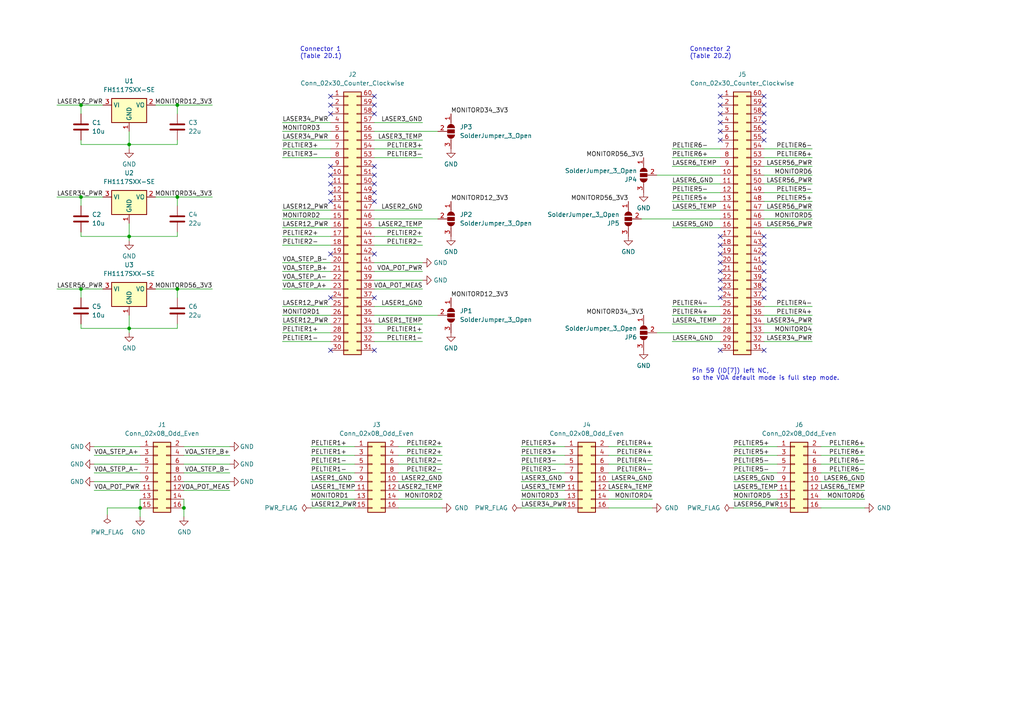
<source format=kicad_sch>
(kicad_sch (version 20230121) (generator eeschema)
  (paper "A4")
  (title_block (title "Cable board") (date "2023-06-27") (rev "3.0") (company "Designed by Márk Mihalik"))
  (lib_symbols
    (symbol "Connector_Generic:Conn_02x08_Odd_Even" (pin_names (offset 1.016) hide)
      (property "Reference" "J" (at 1.27 10.16 0))
      (property "Value" "Conn_02x08_Odd_Even" (at 1.27 -12.7 0))
      (symbol "Conn_02x08_Odd_Even_1_1"
        (rectangle (start -1.27 -10.033) (end 0 -10.287) (stroke (width 0.1524)))
        (rectangle (start -1.27 -7.493) (end 0 -7.747) (stroke (width 0.1524)))
        (rectangle (start -1.27 -4.953) (end 0 -5.207) (stroke (width 0.1524)))
        (rectangle (start -1.27 -2.413) (end 0 -2.667) (stroke (width 0.1524)))
        (rectangle (start -1.27 0.127) (end 0 -0.127) (stroke (width 0.1524)))
        (rectangle (start -1.27 2.667) (end 0 2.413) (stroke (width 0.1524)))
        (rectangle (start -1.27 5.207) (end 0 4.953) (stroke (width 0.1524)))
        (rectangle (start -1.27 7.747) (end 0 7.493) (stroke (width 0.1524)))
        (rectangle (start -1.27 8.89) (end 3.81 -11.43) (stroke (width 0.254)) (fill (type background)))
        (rectangle (start 3.81 -10.033) (end 2.54 -10.287) (stroke (width 0.1524)))
        (rectangle (start 3.81 -7.493) (end 2.54 -7.747) (stroke (width 0.1524)))
        (rectangle (start 3.81 -4.953) (end 2.54 -5.207) (stroke (width 0.1524)))
        (rectangle (start 3.81 -2.413) (end 2.54 -2.667) (stroke (width 0.1524)))
        (rectangle (start 3.81 0.127) (end 2.54 -0.127) (stroke (width 0.1524)))
        (rectangle (start 3.81 2.667) (end 2.54 2.413) (stroke (width 0.1524)))
        (rectangle (start 3.81 5.207) (end 2.54 4.953) (stroke (width 0.1524)))
        (rectangle (start 3.81 7.747) (end 2.54 7.493) (stroke (width 0.1524)))
        (pin passive line (at -5.08 7.62 0) (length 3.81) (name "Pin_1") (number "1"))
        (pin passive line (at 7.62 -2.54 180) (length 3.81) (name "Pin_10") (number "10"))
        (pin passive line (at -5.08 -5.08 0) (length 3.81) (name "Pin_11") (number "11"))
        (pin passive line (at 7.62 -5.08 180) (length 3.81) (name "Pin_12") (number "12"))
        (pin passive line (at -5.08 -7.62 0) (length 3.81) (name "Pin_13") (number "13"))
        (pin passive line (at 7.62 -7.62 180) (length 3.81) (name "Pin_14") (number "14"))
        (pin passive line (at -5.08 -10.16 0) (length 3.81) (name "Pin_15") (number "15"))
        (pin passive line (at 7.62 -10.16 180) (length 3.81) (name "Pin_16") (number "16"))
        (pin passive line (at 7.62 7.62 180) (length 3.81) (name "Pin_2") (number "2"))
        (pin passive line (at -5.08 5.08 0) (length 3.81) (name "Pin_3") (number "3"))
        (pin passive line (at 7.62 5.08 180) (length 3.81) (name "Pin_4") (number "4"))
        (pin passive line (at -5.08 2.54 0) (length 3.81) (name "Pin_5") (number "5"))
        (pin passive line (at 7.62 2.54 180) (length 3.81) (name "Pin_6") (number "6"))
        (pin passive line (at -5.08 0 0) (length 3.81) (name "Pin_7") (number "7"))
        (pin passive line (at 7.62 0 180) (length 3.81) (name "Pin_8") (number "8"))
        (pin passive line (at -5.08 -2.54 0) (length 3.81) (name "Pin_9") (number "9"))
      )
    )
    (symbol "Connector_Generic:Conn_02x30_Counter_Clockwise" (pin_names (offset 1.016) hide)
      (property "Reference" "J" (at 1.27 38.1 0))
      (property "Value" "Conn_02x30_Counter_Clockwise" (at 1.27 -40.64 0))
      (symbol "Conn_02x30_Counter_Clockwise_1_1"
        (rectangle (start -1.27 -37.973) (end 0 -38.227) (stroke (width 0.1524)))
        (rectangle (start -1.27 -35.433) (end 0 -35.687) (stroke (width 0.1524)))
        (rectangle (start -1.27 -32.893) (end 0 -33.147) (stroke (width 0.1524)))
        (rectangle (start -1.27 -30.353) (end 0 -30.607) (stroke (width 0.1524)))
        (rectangle (start -1.27 -27.813) (end 0 -28.067) (stroke (width 0.1524)))
        (rectangle (start -1.27 -25.273) (end 0 -25.527) (stroke (width 0.1524)))
        (rectangle (start -1.27 -22.733) (end 0 -22.987) (stroke (width 0.1524)))
        (rectangle (start -1.27 -20.193) (end 0 -20.447) (stroke (width 0.1524)))
        (rectangle (start -1.27 -17.653) (end 0 -17.907) (stroke (width 0.1524)))
        (rectangle (start -1.27 -15.113) (end 0 -15.367) (stroke (width 0.1524)))
        (rectangle (start -1.27 -12.573) (end 0 -12.827) (stroke (width 0.1524)))
        (rectangle (start -1.27 -10.033) (end 0 -10.287) (stroke (width 0.1524)))
        (rectangle (start -1.27 -7.493) (end 0 -7.747) (stroke (width 0.1524)))
        (rectangle (start -1.27 -4.953) (end 0 -5.207) (stroke (width 0.1524)))
        (rectangle (start -1.27 -2.413) (end 0 -2.667) (stroke (width 0.1524)))
        (rectangle (start -1.27 0.127) (end 0 -0.127) (stroke (width 0.1524)))
        (rectangle (start -1.27 2.667) (end 0 2.413) (stroke (width 0.1524)))
        (rectangle (start -1.27 5.207) (end 0 4.953) (stroke (width 0.1524)))
        (rectangle (start -1.27 7.747) (end 0 7.493) (stroke (width 0.1524)))
        (rectangle (start -1.27 10.287) (end 0 10.033) (stroke (width 0.1524)))
        (rectangle (start -1.27 12.827) (end 0 12.573) (stroke (width 0.1524)))
        (rectangle (start -1.27 15.367) (end 0 15.113) (stroke (width 0.1524)))
        (rectangle (start -1.27 17.907) (end 0 17.653) (stroke (width 0.1524)))
        (rectangle (start -1.27 20.447) (end 0 20.193) (stroke (width 0.1524)))
        (rectangle (start -1.27 22.987) (end 0 22.733) (stroke (width 0.1524)))
        (rectangle (start -1.27 25.527) (end 0 25.273) (stroke (width 0.1524)))
        (rectangle (start -1.27 28.067) (end 0 27.813) (stroke (width 0.1524)))
        (rectangle (start -1.27 30.607) (end 0 30.353) (stroke (width 0.1524)))
        (rectangle (start -1.27 33.147) (end 0 32.893) (stroke (width 0.1524)))
        (rectangle (start -1.27 35.687) (end 0 35.433) (stroke (width 0.1524)))
        (rectangle (start -1.27 36.83) (end 3.81 -39.37) (stroke (width 0.254)) (fill (type background)))
        (rectangle (start 3.81 -37.973) (end 2.54 -38.227) (stroke (width 0.1524)))
        (rectangle (start 3.81 -35.433) (end 2.54 -35.687) (stroke (width 0.1524)))
        (rectangle (start 3.81 -32.893) (end 2.54 -33.147) (stroke (width 0.1524)))
        (rectangle (start 3.81 -30.353) (end 2.54 -30.607) (stroke (width 0.1524)))
        (rectangle (start 3.81 -27.813) (end 2.54 -28.067) (stroke (width 0.1524)))
        (rectangle (start 3.81 -25.273) (end 2.54 -25.527) (stroke (width 0.1524)))
        (rectangle (start 3.81 -22.733) (end 2.54 -22.987) (stroke (width 0.1524)))
        (rectangle (start 3.81 -20.193) (end 2.54 -20.447) (stroke (width 0.1524)))
        (rectangle (start 3.81 -17.653) (end 2.54 -17.907) (stroke (width 0.1524)))
        (rectangle (start 3.81 -15.113) (end 2.54 -15.367) (stroke (width 0.1524)))
        (rectangle (start 3.81 -12.573) (end 2.54 -12.827) (stroke (width 0.1524)))
        (rectangle (start 3.81 -10.033) (end 2.54 -10.287) (stroke (width 0.1524)))
        (rectangle (start 3.81 -7.493) (end 2.54 -7.747) (stroke (width 0.1524)))
        (rectangle (start 3.81 -4.953) (end 2.54 -5.207) (stroke (width 0.1524)))
        (rectangle (start 3.81 -2.413) (end 2.54 -2.667) (stroke (width 0.1524)))
        (rectangle (start 3.81 0.127) (end 2.54 -0.127) (stroke (width 0.1524)))
        (rectangle (start 3.81 2.667) (end 2.54 2.413) (stroke (width 0.1524)))
        (rectangle (start 3.81 5.207) (end 2.54 4.953) (stroke (width 0.1524)))
        (rectangle (start 3.81 7.747) (end 2.54 7.493) (stroke (width 0.1524)))
        (rectangle (start 3.81 10.287) (end 2.54 10.033) (stroke (width 0.1524)))
        (rectangle (start 3.81 12.827) (end 2.54 12.573) (stroke (width 0.1524)))
        (rectangle (start 3.81 15.367) (end 2.54 15.113) (stroke (width 0.1524)))
        (rectangle (start 3.81 17.907) (end 2.54 17.653) (stroke (width 0.1524)))
        (rectangle (start 3.81 20.447) (end 2.54 20.193) (stroke (width 0.1524)))
        (rectangle (start 3.81 22.987) (end 2.54 22.733) (stroke (width 0.1524)))
        (rectangle (start 3.81 25.527) (end 2.54 25.273) (stroke (width 0.1524)))
        (rectangle (start 3.81 28.067) (end 2.54 27.813) (stroke (width 0.1524)))
        (rectangle (start 3.81 30.607) (end 2.54 30.353) (stroke (width 0.1524)))
        (rectangle (start 3.81 33.147) (end 2.54 32.893) (stroke (width 0.1524)))
        (rectangle (start 3.81 35.687) (end 2.54 35.433) (stroke (width 0.1524)))
        (pin passive line (at -5.08 35.56 0) (length 3.81) (name "Pin_1") (number "1"))
        (pin passive line (at -5.08 12.7 0) (length 3.81) (name "Pin_10") (number "10"))
        (pin passive line (at -5.08 10.16 0) (length 3.81) (name "Pin_11") (number "11"))
        (pin passive line (at -5.08 7.62 0) (length 3.81) (name "Pin_12") (number "12"))
        (pin passive line (at -5.08 5.08 0) (length 3.81) (name "Pin_13") (number "13"))
        (pin passive line (at -5.08 2.54 0) (length 3.81) (name "Pin_14") (number "14"))
        (pin passive line (at -5.08 0 0) (length 3.81) (name "Pin_15") (number "15"))
        (pin passive line (at -5.08 -2.54 0) (length 3.81) (name "Pin_16") (number "16"))
        (pin passive line (at -5.08 -5.08 0) (length 3.81) (name "Pin_17") (number "17"))
        (pin passive line (at -5.08 -7.62 0) (length 3.81) (name "Pin_18") (number "18"))
        (pin passive line (at -5.08 -10.16 0) (length 3.81) (name "Pin_19") (number "19"))
        (pin passive line (at -5.08 33.02 0) (length 3.81) (name "Pin_2") (number "2"))
        (pin passive line (at -5.08 -12.7 0) (length 3.81) (name "Pin_20") (number "20"))
        (pin passive line (at -5.08 -15.24 0) (length 3.81) (name "Pin_21") (number "21"))
        (pin passive line (at -5.08 -17.78 0) (length 3.81) (name "Pin_22") (number "22"))
        (pin passive line (at -5.08 -20.32 0) (length 3.81) (name "Pin_23") (number "23"))
        (pin passive line (at -5.08 -22.86 0) (length 3.81) (name "Pin_24") (number "24"))
        (pin passive line (at -5.08 -25.4 0) (length 3.81) (name "Pin_25") (number "25"))
        (pin passive line (at -5.08 -27.94 0) (length 3.81) (name "Pin_26") (number "26"))
        (pin passive line (at -5.08 -30.48 0) (length 3.81) (name "Pin_27") (number "27"))
        (pin passive line (at -5.08 -33.02 0) (length 3.81) (name "Pin_28") (number "28"))
        (pin passive line (at -5.08 -35.56 0) (length 3.81) (name "Pin_29") (number "29"))
        (pin passive line (at -5.08 30.48 0) (length 3.81) (name "Pin_3") (number "3"))
        (pin passive line (at -5.08 -38.1 0) (length 3.81) (name "Pin_30") (number "30"))
        (pin passive line (at 7.62 -38.1 180) (length 3.81) (name "Pin_31") (number "31"))
        (pin passive line (at 7.62 -35.56 180) (length 3.81) (name "Pin_32") (number "32"))
        (pin passive line (at 7.62 -33.02 180) (length 3.81) (name "Pin_33") (number "33"))
        (pin passive line (at 7.62 -30.48 180) (length 3.81) (name "Pin_34") (number "34"))
        (pin passive line (at 7.62 -27.94 180) (length 3.81) (name "Pin_35") (number "35"))
        (pin passive line (at 7.62 -25.4 180) (length 3.81) (name "Pin_36") (number "36"))
        (pin passive line (at 7.62 -22.86 180) (length 3.81) (name "Pin_37") (number "37"))
        (pin passive line (at 7.62 -20.32 180) (length 3.81) (name "Pin_38") (number "38"))
        (pin passive line (at 7.62 -17.78 180) (length 3.81) (name "Pin_39") (number "39"))
        (pin passive line (at -5.08 27.94 0) (length 3.81) (name "Pin_4") (number "4"))
        (pin passive line (at 7.62 -15.24 180) (length 3.81) (name "Pin_40") (number "40"))
        (pin passive line (at 7.62 -12.7 180) (length 3.81) (name "Pin_41") (number "41"))
        (pin passive line (at 7.62 -10.16 180) (length 3.81) (name "Pin_42") (number "42"))
        (pin passive line (at 7.62 -7.62 180) (length 3.81) (name "Pin_43") (number "43"))
        (pin passive line (at 7.62 -5.08 180) (length 3.81) (name "Pin_44") (number "44"))
        (pin passive line (at 7.62 -2.54 180) (length 3.81) (name "Pin_45") (number "45"))
        (pin passive line (at 7.62 0 180) (length 3.81) (name "Pin_46") (number "46"))
        (pin passive line (at 7.62 2.54 180) (length 3.81) (name "Pin_47") (number "47"))
        (pin passive line (at 7.62 5.08 180) (length 3.81) (name "Pin_48") (number "48"))
        (pin passive line (at 7.62 7.62 180) (length 3.81) (name "Pin_49") (number "49"))
        (pin passive line (at -5.08 25.4 0) (length 3.81) (name "Pin_5") (number "5"))
        (pin passive line (at 7.62 10.16 180) (length 3.81) (name "Pin_50") (number "50"))
        (pin passive line (at 7.62 12.7 180) (length 3.81) (name "Pin_51") (number "51"))
        (pin passive line (at 7.62 15.24 180) (length 3.81) (name "Pin_52") (number "52"))
        (pin passive line (at 7.62 17.78 180) (length 3.81) (name "Pin_53") (number "53"))
        (pin passive line (at 7.62 20.32 180) (length 3.81) (name "Pin_54") (number "54"))
        (pin passive line (at 7.62 22.86 180) (length 3.81) (name "Pin_55") (number "55"))
        (pin passive line (at 7.62 25.4 180) (length 3.81) (name "Pin_56") (number "56"))
        (pin passive line (at 7.62 27.94 180) (length 3.81) (name "Pin_57") (number "57"))
        (pin passive line (at 7.62 30.48 180) (length 3.81) (name "Pin_58") (number "58"))
        (pin passive line (at 7.62 33.02 180) (length 3.81) (name "Pin_59") (number "59"))
        (pin passive line (at -5.08 22.86 0) (length 3.81) (name "Pin_6") (number "6"))
        (pin passive line (at 7.62 35.56 180) (length 3.81) (name "Pin_60") (number "60"))
        (pin passive line (at -5.08 20.32 0) (length 3.81) (name "Pin_7") (number "7"))
        (pin passive line (at -5.08 17.78 0) (length 3.81) (name "Pin_8") (number "8"))
        (pin passive line (at -5.08 15.24 0) (length 3.81) (name "Pin_9") (number "9"))
      )
    )
    (symbol "Device:C" (pin_numbers hide) (pin_names (offset 0.254))
      (property "Reference" "C" (at 0.635 2.54 0))
      (property "Value" "C" (at 0.635 -2.54 0))
      (symbol "C_0_1"
        (polyline (pts (xy -2.032 -0.762) (xy 2.032 -0.762)) (stroke (width 0.508)))
        (polyline (pts (xy -2.032 0.762) (xy 2.032 0.762)) (stroke (width 0.508)))
      )
      (symbol "C_1_1"
        (pin passive line (at 0 3.81 270) (length 2.794) (name "~") (number "1"))
        (pin passive line (at 0 -3.81 90) (length 2.794) (name "~") (number "2"))
      )
    )
    (symbol "Jumper:SolderJumper_3_Open" (pin_names (offset 0) hide)
      (property "Reference" "JP" (at -2.54 -2.54 0))
      (property "Value" "SolderJumper_3_Open" (at 0 2.794 0))
      (symbol "SolderJumper_3_Open_0_1"
        (arc (start -1.016 1.016) (mid -2.0276 0) (end -1.016 -1.016))
        (arc (start -1.016 1.016) (mid -2.0276 0) (end -1.016 -1.016) (fill (type outline)))
        (rectangle (start -0.508 1.016) (end 0.508 -1.016) (fill (type outline)))
        (polyline (pts (xy -2.54 0) (xy -2.032 0)))
        (polyline (pts (xy -1.016 1.016) (xy -1.016 -1.016)))
        (polyline (pts (xy 0 -1.27) (xy 0 -1.016)))
        (polyline (pts (xy 1.016 1.016) (xy 1.016 -1.016)))
        (polyline (pts (xy 2.54 0) (xy 2.032 0)))
        (arc (start 1.016 -1.016) (mid 2.0276 0) (end 1.016 1.016))
        (arc (start 1.016 -1.016) (mid 2.0276 0) (end 1.016 1.016) (fill (type outline)))
      )
      (symbol "SolderJumper_3_Open_1_1"
        (pin passive line (at -5.08 0 0) (length 2.54) (name "A") (number "1"))
        (pin passive line (at 0 -3.81 90) (length 2.54) (name "C") (number "2"))
        (pin passive line (at 5.08 0 180) (length 2.54) (name "B") (number "3"))
      )
    )
    (symbol "Regulator_Linear:NCP1117-3.3_SOT223"
      (property "Reference" "U" (at -3.81 3.175 0))
      (property "Value" "NCP1117-3.3_SOT223" (at 0 3.175 0))
      (symbol "NCP1117-3.3_SOT223_0_1"
        (rectangle (start -5.08 -5.08) (end 5.08 1.905) (stroke (width 0.254)) (fill (type background)))
      )
      (symbol "NCP1117-3.3_SOT223_1_1"
        (pin power_in line (at 0 -7.62 90) (length 2.54) (name "GND") (number "1"))
        (pin power_out line (at 7.62 0 180) (length 2.54) (name "VO") (number "2"))
        (pin power_in line (at -7.62 0 0) (length 2.54) (name "VI") (number "3"))
      )
    )
    (symbol "power:GND" (power) (pin_names (offset 0))
      (property "Value" "GND" (at 0 -3.81 0))
      (symbol "GND_0_1"
        (polyline (pts (xy 0 0) (xy 0 -1.27) (xy 1.27 -1.27) (xy 0 -2.54) (xy -1.27 -1.27) (xy 0 -1.27)))
      )
      (symbol "GND_1_1"
        (pin power_in line (at 0 0 270) (length 0) hide (name "GND") (number "1"))
      )
    )
    (symbol "power:PWR_FLAG" (power) (pin_numbers hide) (pin_names (offset 0) hide)
      (property "Value" "PWR_FLAG" (at 0 3.81 0))
      (symbol "PWR_FLAG_0_0"
        (pin power_out line (at 0 0 90) (length 0) (name "pwr") (number "1"))
      )
      (symbol "PWR_FLAG_0_1"
        (polyline (pts (xy 0 0) (xy 0 1.27) (xy -1.016 1.905) (xy 0 2.54) (xy 1.016 1.905) (xy 0 1.27)))
      )
    )
  )
  (junction (at 37.465 41.91))
  (junction (at 37.465 95.25))
  (junction (at 23.495 83.82))
  (junction (at 23.495 57.15))
  (junction (at 40.64 147.32))
  (junction (at 23.495 30.48))
  (junction (at 53.34 147.32))
  (junction (at 37.465 68.58))
  (junction (at 51.435 83.82))
  (junction (at 51.435 30.48))
  (junction (at 51.435 57.15))
  (no_connect (at 221.615 101.6))
  (no_connect (at 208.915 76.2))
  (no_connect (at 221.615 81.28))
  (no_connect (at 208.915 86.36))
  (no_connect (at 221.615 86.36))
  (no_connect (at 208.915 83.82))
  (no_connect (at 221.615 83.82))
  (no_connect (at 208.915 78.74))
  (no_connect (at 221.615 78.74))
  (no_connect (at 221.615 40.64))
  (no_connect (at 221.615 73.66))
  (no_connect (at 208.915 68.58))
  (no_connect (at 208.915 101.6))
  (no_connect (at 208.915 71.12))
  (no_connect (at 108.585 55.88))
  (no_connect (at 95.885 73.66))
  (no_connect (at 95.885 27.94))
  (no_connect (at 95.885 48.26))
  (no_connect (at 95.885 58.42))
  (no_connect (at 95.885 86.36))
  (no_connect (at 95.885 101.6))
  (no_connect (at 108.585 101.6))
  (no_connect (at 108.585 86.36))
  (no_connect (at 108.585 27.94))
  (no_connect (at 108.585 73.66))
  (no_connect (at 108.585 58.42))
  (no_connect (at 108.585 48.26))
  (no_connect (at 208.915 81.28))
  (no_connect (at 95.885 33.02))
  (no_connect (at 208.915 40.64))
  (no_connect (at 208.915 30.48))
  (no_connect (at 208.915 33.02))
  (no_connect (at 208.915 35.56))
  (no_connect (at 208.915 38.1))
  (no_connect (at 221.615 38.1))
  (no_connect (at 221.615 35.56))
  (no_connect (at 221.615 33.02))
  (no_connect (at 221.615 30.48))
  (no_connect (at 95.885 50.8))
  (no_connect (at 95.885 30.48))
  (no_connect (at 108.585 30.48))
  (no_connect (at 95.885 53.34))
  (no_connect (at 108.585 33.02))
  (no_connect (at 95.885 55.88))
  (no_connect (at 208.915 27.94))
  (no_connect (at 221.615 27.94))
  (no_connect (at 208.915 73.66))
  (no_connect (at 221.615 76.2))
  (no_connect (at 221.615 71.12))
  (no_connect (at 108.585 50.8))
  (no_connect (at 221.615 68.58))
  (no_connect (at 108.585 53.34))
  (wire (pts (xy 90.17 147.32) (xy 102.87 147.32)))
  (wire (pts (xy 102.87 132.08) (xy 90.17 132.08)))
  (wire (pts (xy 51.435 83.82) (xy 51.435 86.36)))
  (wire (pts (xy 115.57 129.54) (xy 128.27 129.54)))
  (wire (pts (xy 190.5 50.8) (xy 208.915 50.8)))
  (wire (pts (xy 238.125 132.08) (xy 250.825 132.08)))
  (wire (pts (xy 238.125 139.7) (xy 250.825 139.7)))
  (wire (pts (xy 40.64 144.78) (xy 40.64 147.32)))
  (wire (pts (xy 81.915 66.04) (xy 95.885 66.04)))
  (wire (pts (xy 221.615 88.9) (xy 235.585 88.9)))
  (wire (pts (xy 45.085 57.15) (xy 51.435 57.15)))
  (wire (pts (xy 194.945 45.72) (xy 208.915 45.72)))
  (wire (pts (xy 27.305 134.62) (xy 40.64 134.62)))
  (wire (pts (xy 151.13 147.32) (xy 163.83 147.32)))
  (wire (pts (xy 163.83 139.7) (xy 151.13 139.7)))
  (wire (pts (xy 40.64 132.08) (xy 27.305 132.08)))
  (wire (pts (xy 163.83 134.62) (xy 151.13 134.62)))
  (wire (pts (xy 163.83 142.24) (xy 151.13 142.24)))
  (wire (pts (xy 115.57 142.24) (xy 128.27 142.24)))
  (wire (pts (xy 81.915 63.5) (xy 95.885 63.5)))
  (wire (pts (xy 190.5 96.52) (xy 208.915 96.52)))
  (wire (pts (xy 53.34 144.78) (xy 53.34 147.32)))
  (wire (pts (xy 102.87 142.24) (xy 90.17 142.24)))
  (wire (pts (xy 176.53 144.78) (xy 189.23 144.78)))
  (wire (pts (xy 81.915 93.98) (xy 95.885 93.98)))
  (wire (pts (xy 102.87 134.62) (xy 90.17 134.62)))
  (wire (pts (xy 212.725 147.32) (xy 225.425 147.32)))
  (wire (pts (xy 221.615 58.42) (xy 235.585 58.42)))
  (wire (pts (xy 108.585 60.96) (xy 122.555 60.96)))
  (wire (pts (xy 212.725 144.78) (xy 225.425 144.78)))
  (wire (pts (xy 108.585 99.06) (xy 122.555 99.06)))
  (wire (pts (xy 221.615 91.44) (xy 235.585 91.44)))
  (wire (pts (xy 81.915 60.96) (xy 95.885 60.96)))
  (wire (pts (xy 225.425 132.08) (xy 212.725 132.08)))
  (wire (pts (xy 115.57 134.62) (xy 128.27 134.62)))
  (wire (pts (xy 108.585 68.58) (xy 122.555 68.58)))
  (wire (pts (xy 238.125 144.78) (xy 250.825 144.78)))
  (wire (pts (xy 225.425 129.54) (xy 212.725 129.54)))
  (wire (pts (xy 66.675 134.62) (xy 53.34 134.62)))
  (wire (pts (xy 108.585 35.56) (xy 122.555 35.56)))
  (wire (pts (xy 51.435 67.31) (xy 51.435 68.58)))
  (wire (pts (xy 81.915 68.58) (xy 95.885 68.58)))
  (wire (pts (xy 53.34 137.16) (xy 66.675 137.16)))
  (wire (pts (xy 194.945 99.06) (xy 208.915 99.06)))
  (wire (pts (xy 51.435 40.64) (xy 51.435 41.91)))
  (wire (pts (xy 102.87 139.7) (xy 90.17 139.7)))
  (wire (pts (xy 194.945 88.9) (xy 208.915 88.9)))
  (wire (pts (xy 66.675 139.7) (xy 53.34 139.7)))
  (wire (pts (xy 51.435 93.98) (xy 51.435 95.25)))
  (wire (pts (xy 81.915 40.64) (xy 95.885 40.64)))
  (wire (pts (xy 23.495 83.82) (xy 23.495 86.36)))
  (wire (pts (xy 51.435 57.15) (xy 51.435 59.69)))
  (wire (pts (xy 81.915 76.2) (xy 95.885 76.2)))
  (wire (pts (xy 53.34 132.08) (xy 66.675 132.08)))
  (wire (pts (xy 235.585 99.06) (xy 221.615 99.06)))
  (wire (pts (xy 115.57 137.16) (xy 128.27 137.16)))
  (wire (pts (xy 51.435 30.48) (xy 61.595 30.48)))
  (wire (pts (xy 163.83 132.08) (xy 151.13 132.08)))
  (wire (pts (xy 81.915 45.72) (xy 95.885 45.72)))
  (wire (pts (xy 51.435 83.82) (xy 61.595 83.82)))
  (wire (pts (xy 23.495 41.91) (xy 37.465 41.91)))
  (wire (pts (xy 194.945 93.98) (xy 208.915 93.98)))
  (wire (pts (xy 221.615 45.72) (xy 235.585 45.72)))
  (wire (pts (xy 225.425 137.16) (xy 212.725 137.16)))
  (wire (pts (xy 238.125 134.62) (xy 250.825 134.62)))
  (wire (pts (xy 108.585 88.9) (xy 122.555 88.9)))
  (wire (pts (xy 51.435 57.15) (xy 61.595 57.15)))
  (wire (pts (xy 51.435 30.48) (xy 51.435 33.02)))
  (wire (pts (xy 235.585 66.04) (xy 221.615 66.04)))
  (wire (pts (xy 37.465 69.85) (xy 37.465 68.58)))
  (wire (pts (xy 194.945 53.34) (xy 208.915 53.34)))
  (wire (pts (xy 37.465 95.25) (xy 37.465 91.44)))
  (wire (pts (xy 238.125 129.54) (xy 250.825 129.54)))
  (wire (pts (xy 108.585 38.1) (xy 127 38.1)))
  (wire (pts (xy 108.585 96.52) (xy 122.555 96.52)))
  (wire (pts (xy 16.51 57.15) (xy 23.495 57.15)))
  (wire (pts (xy 40.64 142.24) (xy 27.305 142.24)))
  (wire (pts (xy 27.305 139.7) (xy 40.64 139.7)))
  (wire (pts (xy 16.51 30.48) (xy 23.495 30.48)))
  (wire (pts (xy 45.085 83.82) (xy 51.435 83.82)))
  (wire (pts (xy 81.915 88.9) (xy 95.885 88.9)))
  (wire (pts (xy 37.465 96.52) (xy 37.465 95.25)))
  (wire (pts (xy 108.585 83.82) (xy 122.555 83.82)))
  (wire (pts (xy 31.115 149.225) (xy 31.115 147.32)))
  (wire (pts (xy 176.53 137.16) (xy 189.23 137.16)))
  (wire (pts (xy 27.305 129.54) (xy 40.64 129.54)))
  (wire (pts (xy 235.585 53.34) (xy 221.615 53.34)))
  (wire (pts (xy 23.495 57.15) (xy 23.495 59.69)))
  (wire (pts (xy 37.465 68.58) (xy 37.465 64.77)))
  (wire (pts (xy 176.53 139.7) (xy 189.23 139.7)))
  (wire (pts (xy 16.51 83.82) (xy 23.495 83.82)))
  (wire (pts (xy 115.57 139.7) (xy 128.27 139.7)))
  (wire (pts (xy 51.435 95.25) (xy 37.465 95.25)))
  (wire (pts (xy 238.125 137.16) (xy 250.825 137.16)))
  (wire (pts (xy 51.435 41.91) (xy 37.465 41.91)))
  (wire (pts (xy 115.57 144.78) (xy 128.27 144.78)))
  (wire (pts (xy 221.615 63.5) (xy 235.585 63.5)))
  (wire (pts (xy 108.585 81.28) (xy 122.555 81.28)))
  (wire (pts (xy 95.885 78.74) (xy 81.915 78.74)))
  (wire (pts (xy 53.34 149.86) (xy 53.34 147.32)))
  (wire (pts (xy 194.945 66.04) (xy 208.915 66.04)))
  (wire (pts (xy 221.615 48.26) (xy 235.585 48.26)))
  (wire (pts (xy 176.53 134.62) (xy 189.23 134.62)))
  (wire (pts (xy 37.465 41.91) (xy 37.465 38.1)))
  (wire (pts (xy 176.53 132.08) (xy 189.23 132.08)))
  (wire (pts (xy 238.125 142.24) (xy 250.825 142.24)))
  (wire (pts (xy 108.585 76.2) (xy 122.555 76.2)))
  (wire (pts (xy 194.945 58.42) (xy 208.915 58.42)))
  (wire (pts (xy 23.495 30.48) (xy 29.845 30.48)))
  (wire (pts (xy 250.825 147.32) (xy 238.125 147.32)))
  (wire (pts (xy 40.64 137.16) (xy 27.305 137.16)))
  (wire (pts (xy 176.53 142.24) (xy 189.23 142.24)))
  (wire (pts (xy 90.17 144.78) (xy 102.87 144.78)))
  (wire (pts (xy 81.915 38.1) (xy 95.885 38.1)))
  (wire (pts (xy 194.945 91.44) (xy 208.915 91.44)))
  (wire (pts (xy 23.495 83.82) (xy 29.845 83.82)))
  (wire (pts (xy 221.615 50.8) (xy 235.585 50.8)))
  (wire (pts (xy 194.945 48.26) (xy 208.915 48.26)))
  (wire (pts (xy 163.83 129.54) (xy 151.13 129.54)))
  (wire (pts (xy 115.57 132.08) (xy 128.27 132.08)))
  (wire (pts (xy 102.87 137.16) (xy 90.17 137.16)))
  (wire (pts (xy 45.085 30.48) (xy 51.435 30.48)))
  (wire (pts (xy 151.13 144.78) (xy 163.83 144.78)))
  (wire (pts (xy 225.425 134.62) (xy 212.725 134.62)))
  (wire (pts (xy 108.585 93.98) (xy 122.555 93.98)))
  (wire (pts (xy 95.885 81.28) (xy 81.915 81.28)))
  (wire (pts (xy 23.495 40.64) (xy 23.495 41.91)))
  (wire (pts (xy 221.615 43.18) (xy 235.585 43.18)))
  (wire (pts (xy 225.425 139.7) (xy 212.725 139.7)))
  (wire (pts (xy 108.585 91.44) (xy 127 91.44)))
  (wire (pts (xy 194.945 60.96) (xy 208.915 60.96)))
  (wire (pts (xy 108.585 45.72) (xy 122.555 45.72)))
  (wire (pts (xy 95.885 83.82) (xy 81.915 83.82)))
  (wire (pts (xy 23.495 57.15) (xy 29.845 57.15)))
  (wire (pts (xy 108.585 43.18) (xy 122.555 43.18)))
  (wire (pts (xy 81.915 43.18) (xy 95.885 43.18)))
  (wire (pts (xy 225.425 142.24) (xy 212.725 142.24)))
  (wire (pts (xy 23.495 93.98) (xy 23.495 95.25)))
  (wire (pts (xy 51.435 68.58) (xy 37.465 68.58)))
  (wire (pts (xy 66.675 129.54) (xy 53.34 129.54)))
  (wire (pts (xy 66.675 142.24) (xy 53.34 142.24)))
  (wire (pts (xy 81.915 35.56) (xy 95.885 35.56)))
  (wire (pts (xy 81.915 99.06) (xy 95.885 99.06)))
  (wire (pts (xy 235.585 60.96) (xy 221.615 60.96)))
  (wire (pts (xy 23.495 95.25) (xy 37.465 95.25)))
  (wire (pts (xy 108.585 66.04) (xy 122.555 66.04)))
  (wire (pts (xy 81.915 91.44) (xy 95.885 91.44)))
  (wire (pts (xy 40.64 149.86) (xy 40.64 147.32)))
  (wire (pts (xy 37.465 43.18) (xy 37.465 41.91)))
  (wire (pts (xy 108.585 40.64) (xy 122.555 40.64)))
  (wire (pts (xy 176.53 129.54) (xy 189.23 129.54)))
  (wire (pts (xy 235.585 93.98) (xy 221.615 93.98)))
  (wire (pts (xy 189.23 147.32) (xy 176.53 147.32)))
  (wire (pts (xy 108.585 63.5) (xy 127 63.5)))
  (wire (pts (xy 31.115 147.32) (xy 40.64 147.32)))
  (wire (pts (xy 23.495 30.48) (xy 23.495 33.02)))
  (wire (pts (xy 163.83 137.16) (xy 151.13 137.16)))
  (wire (pts (xy 194.945 55.88) (xy 208.915 55.88)))
  (wire (pts (xy 186.055 63.5) (xy 208.915 63.5)))
  (wire (pts (xy 128.27 147.32) (xy 115.57 147.32)))
  (wire (pts (xy 23.495 67.31) (xy 23.495 68.58)))
  (wire (pts (xy 221.615 55.88) (xy 235.585 55.88)))
  (wire (pts (xy 194.945 43.18) (xy 208.915 43.18)))
  (wire (pts (xy 102.87 129.54) (xy 90.17 129.54)))
  (wire (pts (xy 108.585 78.74) (xy 122.555 78.74)))
  (wire (pts (xy 221.615 96.52) (xy 235.585 96.52)))
  (wire (pts (xy 23.495 68.58) (xy 37.465 68.58)))
  (wire (pts (xy 81.915 71.12) (xy 95.885 71.12)))
  (wire (pts (xy 108.585 71.12) (xy 122.555 71.12)))
  (wire (pts (xy 81.915 96.52) (xy 95.885 96.52)))
  (text "Connector 1\n(Table 2D.1)" (at 86.995 17.145 0) (effects (font (size 1.27 1.27)) (justify left bottom)))
  (text "Connector 2\n(Table 2D.2)" (at 200.025 17.145 0) (effects (font (size 1.27 1.27)) (justify left bottom)))
  (text "Pin 59 (ID[7]) left NC, \nso the VOA default mode is full step mode." (at 200.66 110.49 0) (effects (font (size 1.27 1.27)) (justify left bottom)))
  (label "LASER5_GND" (at 194.945 66.04 0))
  (label "MONITORD56_3V3" (at 61.595 83.82 180))
  (label "PELTIER4-" (at 189.23 134.62 180))
  (label "LASER34_PWR" (at 151.13 147.32 0))
  (label "LASER56_PWR" (at 16.51 83.82 0))
  (label "PELTIER5+" (at 235.585 58.42 180))
  (label "LASER6_GND" (at 194.945 53.34 0))
  (label "VOA_POT_PWR" (at 122.555 78.74 180))
  (label "PELTIER3+" (at 151.13 132.08 0))
  (label "PELTIER3-" (at 151.13 137.16 0))
  (label "LASER1_GND" (at 122.555 88.9 180))
  (label "PELTIER2-" (at 81.915 71.12 0))
  (label "LASER12_PWR" (at 16.51 30.48 0))
  (label "PELTIER1-" (at 90.17 137.16 0))
  (label "LASER34_PWR" (at 81.915 40.64 0))
  (label "LASER5_TEMP" (at 194.945 60.96 0))
  (label "PELTIER5-" (at 235.585 55.88 180))
  (label "PELTIER3+" (at 151.13 129.54 0))
  (label "PELTIER6-" (at 235.585 43.18 180))
  (label "VOA_POT_MEAS" (at 122.555 83.82 180))
  (label "PELTIER5+" (at 212.725 132.08 0))
  (label "LASER12_PWR" (at 90.17 147.32 0))
  (label "LASER5_GND" (at 212.725 139.7 0))
  (label "PELTIER2+" (at 128.27 132.08 180))
  (label "MONITORD56_3V3" (at 186.69 45.72 180))
  (label "LASER56_PWR" (at 235.585 53.34 180))
  (label "VOA_STEP_A+" (at 81.915 83.82 0))
  (label "PELTIER5+" (at 212.725 129.54 0))
  (label "PELTIER4-" (at 235.585 88.9 180))
  (label "PELTIER3+" (at 81.915 43.18 0))
  (label "PELTIER3-" (at 151.13 134.62 0))
  (label "PELTIER1+" (at 90.17 129.54 0))
  (label "MONITORD2" (at 81.915 63.5 0))
  (label "MONITORD1" (at 81.915 91.44 0))
  (label "MONITORD12_3V3" (at 61.595 30.48 180))
  (label "LASER12_PWR" (at 81.915 66.04 0))
  (label "PELTIER4+" (at 189.23 129.54 180))
  (label "LASER2_TEMP" (at 128.27 142.24 180))
  (label "PELTIER6-" (at 250.825 134.62 180))
  (label "PELTIER1-" (at 122.555 99.06 180))
  (label "LASER4_TEMP" (at 189.23 142.24 180))
  (label "VOA_POT_PWR" (at 27.305 142.24 0))
  (label "LASER4_GND" (at 189.23 139.7 180))
  (label "LASER1_TEMP" (at 122.555 93.98 180))
  (label "LASER6_TEMP" (at 194.945 48.26 0))
  (label "LASER4_GND" (at 194.945 99.06 0))
  (label "MONITORD56_3V3" (at 182.245 58.42 180))
  (label "LASER56_PWR" (at 235.585 48.26 180))
  (label "PELTIER1+" (at 122.555 96.52 180))
  (label "LASER12_PWR" (at 81.915 60.96 0))
  (label "PELTIER5-" (at 212.725 137.16 0))
  (label "PELTIER1-" (at 90.17 134.62 0))
  (label "PELTIER2+" (at 128.27 129.54 180))
  (label "PELTIER1+" (at 81.915 96.52 0))
  (label "PELTIER1-" (at 81.915 99.06 0))
  (label "PELTIER3-" (at 81.915 45.72 0))
  (label "MONITORD12_3V3" (at 130.81 58.42 0))
  (label "PELTIER2-" (at 128.27 134.62 180))
  (label "PELTIER2-" (at 122.555 71.12 180))
  (label "VOA_STEP_B-" (at 66.675 137.16 180))
  (label "MONITORD6" (at 250.825 144.78 180))
  (label "LASER5_TEMP" (at 212.725 142.24 0))
  (label "LASER56_PWR" (at 212.725 147.32 0))
  (label "PELTIER4+" (at 189.23 132.08 180))
  (label "LASER2_GND" (at 128.27 139.7 180))
  (label "LASER3_TEMP" (at 122.555 40.64 180))
  (label "LASER6_TEMP" (at 250.825 142.24 180))
  (label "LASER56_PWR" (at 235.585 66.04 180))
  (label "PELTIER4-" (at 194.945 88.9 0))
  (label "PELTIER5+" (at 194.945 58.42 0))
  (label "MONITORD5" (at 212.725 144.78 0))
  (label "MONITORD2" (at 128.27 144.78 180))
  (label "MONITORD5" (at 235.585 63.5 180))
  (label "PELTIER4-" (at 189.23 137.16 180))
  (label "MONITORD34_3V3" (at 186.69 91.44 180))
  (label "LASER56_PWR" (at 235.585 60.96 180))
  (label "MONITORD34_3V3" (at 130.81 33.02 0))
  (label "LASER34_PWR" (at 235.585 99.06 180))
  (label "VOA_STEP_A-" (at 81.915 81.28 0))
  (label "LASER3_GND" (at 151.13 139.7 0))
  (label "PELTIER2+" (at 81.915 68.58 0))
  (label "PELTIER6-" (at 194.945 43.18 0))
  (label "VOA_STEP_B+" (at 81.915 78.74 0))
  (label "LASER1_TEMP" (at 90.17 142.24 0))
  (label "PELTIER6+" (at 194.945 45.72 0))
  (label "MONITORD4" (at 235.585 96.52 180))
  (label "MONITORD34_3V3" (at 61.595 57.15 180))
  (label "VOA_POT_MEAS" (at 66.675 142.24 180))
  (label "PELTIER5-" (at 194.945 55.88 0))
  (label "PELTIER6+" (at 235.585 45.72 180))
  (label "LASER2_GND" (at 122.555 60.96 180))
  (label "VOA_STEP_B+" (at 66.675 132.08 180))
  (label "PELTIER1+" (at 90.17 132.08 0))
  (label "PELTIER6+" (at 250.825 129.54 180))
  (label "LASER1_GND" (at 90.17 139.7 0))
  (label "PELTIER2-" (at 128.27 137.16 180))
  (label "LASER3_GND" (at 122.555 35.56 180))
  (label "LASER34_PWR" (at 16.51 57.15 0))
  (label "VOA_STEP_A-" (at 27.305 137.16 0))
  (label "LASER2_TEMP" (at 122.555 66.04 180))
  (label "LASER4_TEMP" (at 194.945 93.98 0))
  (label "MONITORD3" (at 151.13 144.78 0))
  (label "PELTIER4+" (at 235.585 91.44 180))
  (label "PELTIER6+" (at 250.825 132.08 180))
  (label "MONITORD4" (at 189.23 144.78 180))
  (label "LASER34_PWR" (at 235.585 93.98 180))
  (label "LASER12_PWR" (at 81.915 88.9 0))
  (label "LASER3_TEMP" (at 151.13 142.24 0))
  (label "VOA_STEP_A+" (at 27.305 132.08 0))
  (label "MONITORD6" (at 235.585 50.8 180))
  (label "LASER6_GND" (at 250.825 139.7 180))
  (label "PELTIER3-" (at 122.555 45.72 180))
  (label "PELTIER5-" (at 212.725 134.62 0))
  (label "PELTIER3+" (at 122.555 43.18 180))
  (label "MONITORD1" (at 90.17 144.78 0))
  (label "LASER12_PWR" (at 81.915 93.98 0))
  (label "LASER34_PWR" (at 81.915 35.56 0))
  (label "MONITORD3" (at 81.915 38.1 0))
  (label "PELTIER2+" (at 122.555 68.58 180))
  (label "MONITORD12_3V3" (at 130.81 86.36 0))
  (label "PELTIER6-" (at 250.825 137.16 180))
  (label "PELTIER4+" (at 194.945 91.44 0))
  (label "VOA_STEP_B-" (at 81.915 76.2 0))
  (symbol (lib_id "power:PWR_FLAG") (at 151.13 147.32 90) (unit 1)
    (property "Reference" "#FLG04" (effects hide))
    (property "Value" "PWR_FLAG" (at 147.32 147.32 90) (effects (justify left)))
  )
  (symbol (lib_id "Connector_Generic:Conn_02x30_Counter_Clockwise") (at 100.965 63.5 0) (unit 1)
    (property "Reference" "J2" (at 102.235 21.59 0))
    (property "Value" "Conn_02x30_Counter_Clockwise" (at 102.235 24.13 0))
    (property "Footprint" "Connector_IDC:IDC-Header_2x30_P2.54mm_Latch_Vertical" (effects hide))
  )
  (symbol (lib_id "Connector_Generic:Conn_02x08_Odd_Even") (at 168.91 137.16 0) (unit 1)
    (property "Reference" "J4" (at 170.18 123.19 0))
    (property "Value" "Conn_02x08_Odd_Even" (at 170.18 125.73 0))
    (property "Footprint" "Connector_IDC:IDC-Header_2x08_P2.54mm_Latch_Vertical" (effects hide))
    (property "Lomex" "43-01-07" (effects hide))
  )
  (symbol (lib_id "power:GND") (at 250.825 147.32 90) (mirror x) (unit 1)
    (property "Reference" "#PWR037" (effects hide))
    (property "Value" "GND" (at 258.445 147.32 90) (effects (justify left)))
  )
  (symbol (lib_id "Connector_Generic:Conn_02x30_Counter_Clockwise") (at 213.995 63.5 0) (unit 1)
    (property "Reference" "J5" (at 215.265 21.59 0))
    (property "Value" "Conn_02x30_Counter_Clockwise" (at 215.265 24.13 0))
    (property "Footprint" "Connector_IDC:IDC-Header_2x30_P2.54mm_Latch_Vertical" (effects hide))
  )
  (symbol (lib_id "Regulator_Linear:NCP1117-3.3_SOT223") (at 37.465 83.82 0) (unit 1)
    (property "Reference" "U3" (at 37.465 76.835 0))
    (property "Value" "FH1117SXX-SE" (at 37.465 79.375 0))
    (property "Footprint" "Package_TO_SOT_SMD:SOT-223-3_TabPin2" (effects hide))
    (property "Datasheet" "https://lomex.hu/pdf/(fng)_fh1117sxx-se.pdf" (effects hide))
    (property "Lomex" "89-25-66" (effects hide))
    (property "Sim.Enable" "0" (effects hide))
  )
  (symbol (lib_id "power:GND") (at 186.69 101.6 0) (unit 1)
    (property "Reference" "#PWR014" (effects hide))
    (property "Value" "GND" (at 186.69 106.045 0))
  )
  (symbol (lib_id "Jumper:SolderJumper_3_Open") (at 130.81 38.1 270) (unit 1)
    (property "Reference" "JP3" (at 133.35 36.83 90) (effects (justify left)))
    (property "Value" "SolderJumper_3_Open" (at 133.35 39.37 90) (effects (justify left)))
    (property "Footprint" "Jumper:SolderJumper-3_P1.3mm_Open_RoundedPad1.0x1.5mm" (effects hide))
    (property "Sim.Enable" "0" (effects hide))
  )
  (symbol (lib_id "power:GND") (at 37.465 69.85 0) (unit 1)
    (property "Reference" "#PWR016" (effects hide))
    (property "Value" "GND" (at 37.465 74.295 0))
  )
  (symbol (lib_id "power:GND") (at 40.64 149.86 0) (unit 1)
    (property "Reference" "#PWR04" (effects hide))
    (property "Value" "GND" (at 38.1 154.305 0) (effects (justify left)))
  )
  (symbol (lib_id "Regulator_Linear:NCP1117-3.3_SOT223") (at 37.465 57.15 0) (unit 1)
    (property "Reference" "U2" (at 37.465 50.165 0))
    (property "Value" "FH1117SXX-SE" (at 37.465 52.705 0))
    (property "Footprint" "Package_TO_SOT_SMD:SOT-223-3_TabPin2" (effects hide))
    (property "Datasheet" "https://lomex.hu/pdf/(fng)_fh1117sxx-se.pdf" (effects hide))
    (property "Lomex" "89-25-66" (effects hide))
    (property "Sim.Enable" "0" (effects hide))
  )
  (symbol (lib_id "Device:C") (at 23.495 90.17 0) (unit 1)
    (property "Reference" "C5" (at 26.67 88.9 0) (effects (justify left)))
    (property "Value" "10u" (at 26.67 91.44 0) (effects (justify left)))
    (property "Footprint" "Capacitor_SMD:C_0805_2012Metric_Pad1.18x1.45mm_HandSolder" (effects hide))
  )
  (symbol (lib_id "Device:C") (at 23.495 63.5 0) (unit 1)
    (property "Reference" "C2" (at 26.67 62.23 0) (effects (justify left)))
    (property "Value" "10u" (at 26.67 64.77 0) (effects (justify left)))
    (property "Footprint" "Capacitor_SMD:C_0805_2012Metric_Pad1.18x1.45mm_HandSolder" (effects hide))
  )
  (symbol (lib_id "power:GND") (at 189.23 147.32 90) (mirror x) (unit 1)
    (property "Reference" "#PWR028" (effects hide))
    (property "Value" "GND" (at 196.85 147.32 90) (effects (justify left)))
    (property "Sim.Enable" "0" (effects hide))
  )
  (symbol (lib_id "power:GND") (at 27.305 139.7 270) (unit 1)
    (property "Reference" "#PWR03" (effects hide))
    (property "Value" "GND" (at 20.32 139.7 90) (effects (justify left)))
  )
  (symbol (lib_id "power:GND") (at 128.27 147.32 90) (mirror x) (unit 1)
    (property "Reference" "#PWR022" (effects hide))
    (property "Value" "GND" (at 135.89 147.32 90) (effects (justify left)))
    (property "Sim.Enable" "0" (effects hide))
  )
  (symbol (lib_id "power:GND") (at 186.69 55.88 0) (unit 1)
    (property "Reference" "#PWR013" (effects hide))
    (property "Value" "GND" (at 186.69 60.325 0))
  )
  (symbol (lib_id "power:GND") (at 66.675 134.62 90) (unit 1)
    (property "Reference" "#PWR07" (effects hide))
    (property "Value" "GND" (at 73.66 134.62 90) (effects (justify left)))
  )
  (symbol (lib_id "Jumper:SolderJumper_3_Open") (at 130.81 63.5 270) (unit 1)
    (property "Reference" "JP2" (at 133.35 62.23 90) (effects (justify left)))
    (property "Value" "SolderJumper_3_Open" (at 133.35 64.77 90) (effects (justify left)))
    (property "Footprint" "Jumper:SolderJumper-3_P1.3mm_Open_RoundedPad1.0x1.5mm" (effects hide))
    (property "Sim.Enable" "0" (effects hide))
  )
  (symbol (lib_id "power:PWR_FLAG") (at 212.725 147.32 90) (unit 1)
    (property "Reference" "#FLG05" (effects hide))
    (property "Value" "PWR_FLAG" (at 208.915 147.32 90) (effects (justify left)))
  )
  (symbol (lib_id "power:GND") (at 53.34 149.86 0) (unit 1)
    (property "Reference" "#PWR05" (effects hide))
    (property "Value" "GND" (at 51.435 154.305 0) (effects (justify left)))
  )
  (symbol (lib_id "power:GND") (at 37.465 43.18 0) (unit 1)
    (property "Reference" "#PWR015" (effects hide))
    (property "Value" "GND" (at 37.465 47.625 0))
  )
  (symbol (lib_id "power:GND") (at 66.675 129.54 90) (unit 1)
    (property "Reference" "#PWR06" (effects hide))
    (property "Value" "GND" (at 73.66 129.54 90) (effects (justify left)))
  )
  (symbol (lib_id "Device:C") (at 51.435 63.5 0) (unit 1)
    (property "Reference" "C4" (at 54.61 62.23 0) (effects (justify left)))
    (property "Value" "22u" (at 54.61 64.77 0) (effects (justify left)))
    (property "Footprint" "Capacitor_SMD:C_0805_2012Metric_Pad1.18x1.45mm_HandSolder" (effects hide))
  )
  (symbol (lib_id "power:PWR_FLAG") (at 90.17 147.32 90) (unit 1)
    (property "Reference" "#FLG03" (effects hide))
    (property "Value" "PWR_FLAG" (at 86.36 147.32 90) (effects (justify left)))
  )
  (symbol (lib_id "power:GND") (at 122.555 76.2 90) (unit 1)
    (property "Reference" "#PWR019" (effects hide))
    (property "Value" "GND" (at 125.73 76.1999 90) (effects (justify right)))
  )
  (symbol (lib_id "power:GND") (at 130.81 96.52 0) (unit 1)
    (property "Reference" "#PWR010" (effects hide))
    (property "Value" "GND" (at 130.81 100.965 0))
  )
  (symbol (lib_id "power:GND") (at 66.675 139.7 90) (unit 1)
    (property "Reference" "#PWR08" (effects hide))
    (property "Value" "GND" (at 73.66 139.7 90) (effects (justify left)))
  )
  (symbol (lib_id "power:GND") (at 27.305 134.62 270) (unit 1)
    (property "Reference" "#PWR02" (effects hide))
    (property "Value" "GND" (at 20.32 134.62 90) (effects (justify left)))
  )
  (symbol (lib_id "Device:C") (at 23.495 36.83 0) (unit 1)
    (property "Reference" "C1" (at 26.67 35.56 0) (effects (justify left)))
    (property "Value" "10u" (at 26.67 38.1 0) (effects (justify left)))
    (property "Footprint" "Capacitor_SMD:C_0805_2012Metric_Pad1.18x1.45mm_HandSolder" (effects hide))
  )
  (symbol (lib_id "Jumper:SolderJumper_3_Open") (at 186.69 50.8 90) (mirror x) (unit 1)
    (property "Reference" "JP4" (at 184.785 52.07 90) (effects (justify left)))
    (property "Value" "SolderJumper_3_Open" (at 184.785 49.53 90) (effects (justify left)))
    (property "Footprint" "Jumper:SolderJumper-3_P1.3mm_Open_RoundedPad1.0x1.5mm" (effects hide))
  )
  (symbol (lib_id "power:GND") (at 182.245 68.58 0) (unit 1)
    (property "Reference" "#PWR012" (effects hide))
    (property "Value" "GND" (at 182.245 73.025 0))
  )
  (symbol (lib_id "Device:C") (at 51.435 90.17 0) (unit 1)
    (property "Reference" "C6" (at 54.61 88.9 0) (effects (justify left)))
    (property "Value" "22u" (at 54.61 91.44 0) (effects (justify left)))
    (property "Footprint" "Capacitor_SMD:C_0805_2012Metric_Pad1.18x1.45mm_HandSolder" (effects hide))
  )
  (symbol (lib_id "power:GND") (at 130.81 43.18 0) (unit 1)
    (property "Reference" "#PWR011" (effects hide))
    (property "Value" "GND" (at 130.81 47.625 0))
  )
  (symbol (lib_id "Device:C") (at 51.435 36.83 0) (unit 1)
    (property "Reference" "C3" (at 54.61 35.56 0) (effects (justify left)))
    (property "Value" "22u" (at 54.61 38.1 0) (effects (justify left)))
    (property "Footprint" "Capacitor_SMD:C_0805_2012Metric_Pad1.18x1.45mm_HandSolder" (effects hide))
  )
  (symbol (lib_id "power:PWR_FLAG") (at 31.115 149.225 180) (unit 1)
    (property "Reference" "#FLG01" (effects hide))
    (property "Value" "PWR_FLAG" (at 31.115 154.3585 0))
  )
  (symbol (lib_id "Regulator_Linear:NCP1117-3.3_SOT223") (at 37.465 30.48 0) (unit 1)
    (property "Reference" "U1" (at 37.465 23.495 0))
    (property "Value" "FH1117SXX-SE" (at 37.465 26.035 0))
    (property "Footprint" "Package_TO_SOT_SMD:SOT-223-3_TabPin2" (effects hide))
    (property "Datasheet" "https://lomex.hu/pdf/(fng)_fh1117sxx-se.pdf" (effects hide))
    (property "Lomex" "89-25-66" (effects hide))
    (property "Sim.Enable" "0" (effects hide))
  )
  (symbol (lib_id "Jumper:SolderJumper_3_Open") (at 182.245 63.5 90) (mirror x) (unit 1)
    (property "Reference" "JP5" (at 179.705 64.77 90) (effects (justify left)))
    (property "Value" "SolderJumper_3_Open" (at 179.705 62.23 90) (effects (justify left)))
    (property "Footprint" "Jumper:SolderJumper-3_P1.3mm_Open_RoundedPad1.0x1.5mm" (effects hide))
  )
  (symbol (lib_id "Connector_Generic:Conn_02x08_Odd_Even") (at 107.95 137.16 0) (unit 1)
    (property "Reference" "J3" (at 109.22 123.19 0))
    (property "Value" "Conn_02x08_Odd_Even" (at 109.22 125.73 0))
    (property "Footprint" "Connector_IDC:IDC-Header_2x08_P2.54mm_Latch_Vertical" (effects hide))
    (property "Lomex" "43-01-07" (effects hide))
    (property "Sim.Enable" "0" (effects hide))
  )
  (symbol (lib_id "Jumper:SolderJumper_3_Open") (at 130.81 91.44 270) (unit 1)
    (property "Reference" "JP1" (at 133.35 90.17 90) (effects (justify left)))
    (property "Value" "SolderJumper_3_Open" (at 133.35 92.71 90) (effects (justify left)))
    (property "Footprint" "Jumper:SolderJumper-3_P1.3mm_Open_RoundedPad1.0x1.5mm" (effects hide))
    (property "Sim.Enable" "0" (effects hide))
  )
  (symbol (lib_id "Connector_Generic:Conn_02x08_Odd_Even") (at 230.505 137.16 0) (unit 1)
    (property "Reference" "J6" (at 231.775 123.19 0))
    (property "Value" "Conn_02x08_Odd_Even" (at 231.775 125.73 0))
    (property "Footprint" "Connector_IDC:IDC-Header_2x08_P2.54mm_Latch_Vertical" (effects hide))
    (property "Lomex" "43-01-07" (effects hide))
  )
  (symbol (lib_id "power:GND") (at 122.555 81.28 90) (unit 1)
    (property "Reference" "#PWR020" (effects hide))
    (property "Value" "GND" (at 125.73 81.2799 90) (effects (justify right)))
  )
  (symbol (lib_id "Jumper:SolderJumper_3_Open") (at 186.69 96.52 90) (mirror x) (unit 1)
    (property "Reference" "JP6" (at 184.785 97.79 90) (effects (justify left)))
    (property "Value" "SolderJumper_3_Open" (at 184.785 95.25 90) (effects (justify left)))
    (property "Footprint" "Jumper:SolderJumper-3_P1.3mm_Open_RoundedPad1.0x1.5mm" (effects hide))
  )
  (symbol (lib_id "power:GND") (at 27.305 129.54 270) (unit 1)
    (property "Reference" "#PWR01" (effects hide))
    (property "Value" "GND" (at 20.32 129.54 90) (effects (justify left)))
  )
  (symbol (lib_id "power:GND") (at 130.81 68.58 0) (unit 1)
    (property "Reference" "#PWR09" (effects hide))
    (property "Value" "GND" (at 130.81 73.025 0))
  )
  (symbol (lib_id "Connector_Generic:Conn_02x08_Odd_Even") (at 45.72 137.16 0) (unit 1)
    (property "Reference" "J1" (at 46.99 123.19 0))
    (property "Value" "Conn_02x08_Odd_Even" (at 46.99 125.73 0))
    (property "Footprint" "Connector_IDC:IDC-Header_2x08_P2.54mm_Latch_Vertical" (effects hide))
    (property "Sim.Enable" "0" (effects hide))
  )
  (symbol (lib_id "power:GND") (at 37.465 96.52 0) (unit 1)
    (property "Reference" "#PWR017" (effects hide))
    (property "Value" "GND" (at 37.465 100.965 0))
  )
)
</source>
